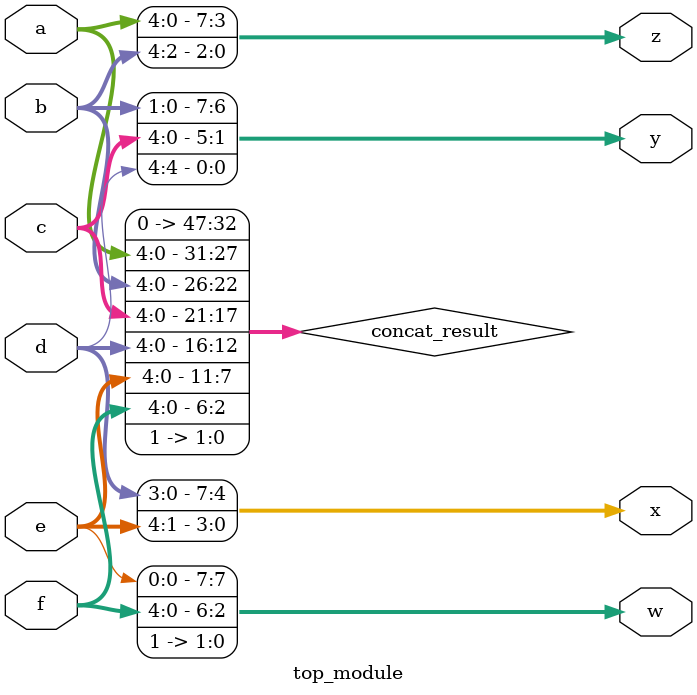
<source format=sv>
module top_module (
    input [4:0] a,
    input [4:0] b,
    input [4:0] c,
    input [4:0] d,
    input [4:0] e,
    input [4:0] f,
    output [7:0] w,
    output [7:0] x,
    output [7:0] y,
    output [7:0] z
);

    wire [47:0] concat_result;

    assign concat_result = {a, b, c, d, e, f, 2'b11};

    assign w = concat_result[7:0];
    assign x = concat_result[15:8];
    assign y = concat_result[23:16];
    assign z = concat_result[31:24];

endmodule

</source>
